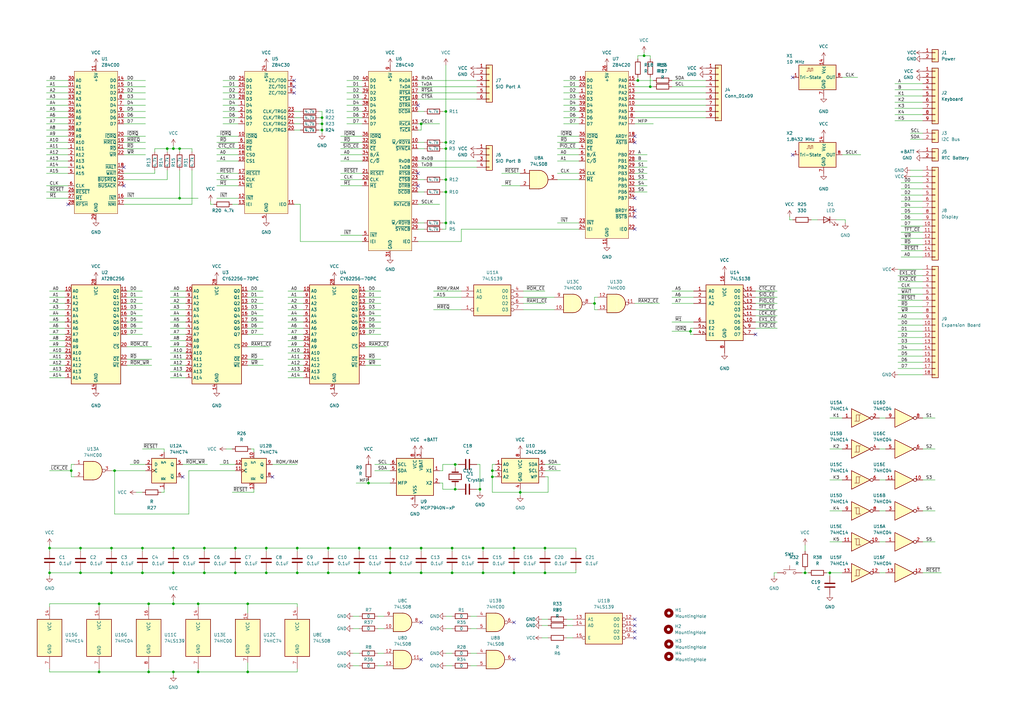
<source format=kicad_sch>
(kicad_sch (version 20230121) (generator eeschema)

  (uuid 7af87109-2701-44e3-8f81-c21ee8440b5b)

  (paper "A3")

  (title_block
    (title "Southern Star MK II")
    (date "2024-11-03")
    (rev "1")
    (company "thomaslabs")
    (comment 1 "Thomas Guillermo Albers Raviola")
  )

  

  (junction (at 151.13 198.12) (diameter 0) (color 0 0 0 0)
    (uuid 06d14785-60b4-48f5-b7d5-b9548beb58d7)
  )
  (junction (at 283.21 135.89) (diameter 0) (color 0 0 0 0)
    (uuid 08aab224-499c-4c50-9da8-0c38dbe82f33)
  )
  (junction (at 186.69 200.66) (diameter 0) (color 0 0 0 0)
    (uuid 0a11fa0f-6aea-4a8b-9eb9-bb420006a62b)
  )
  (junction (at 223.52 234.95) (diameter 0) (color 0 0 0 0)
    (uuid 0a2a3c13-320b-475e-b533-9d310a267e7e)
  )
  (junction (at 33.02 224.79) (diameter 0) (color 0 0 0 0)
    (uuid 107e041a-72ec-4447-b73b-926c4cdd49ce)
  )
  (junction (at 201.93 193.04) (diameter 0) (color 0 0 0 0)
    (uuid 13d140d3-4204-4c14-8932-65d56af00440)
  )
  (junction (at 261.62 33.02) (diameter 0) (color 0 0 0 0)
    (uuid 17e39a8a-8e5c-4bb3-9f48-9363f2d6365b)
  )
  (junction (at 198.12 234.95) (diameter 0) (color 0 0 0 0)
    (uuid 184cdda4-c7c7-4d2f-bd13-fe9c80622a78)
  )
  (junction (at 45.72 234.95) (diameter 0) (color 0 0 0 0)
    (uuid 190fba31-526c-461e-a4ba-812ccd05ca64)
  )
  (junction (at 340.36 234.95) (diameter 0) (color 0 0 0 0)
    (uuid 1b5811cb-8214-40c5-a02e-e5a482f2d957)
  )
  (junction (at 81.28 247.65) (diameter 0) (color 0 0 0 0)
    (uuid 210aa7f1-fabc-4be9-90ea-f5dcce8f8153)
  )
  (junction (at 60.96 247.65) (diameter 0) (color 0 0 0 0)
    (uuid 2666edf1-705a-4759-8284-b8343d1867a6)
  )
  (junction (at 186.69 190.5) (diameter 0) (color 0 0 0 0)
    (uuid 26fc0e8d-b3ef-449c-9be3-a84d87765001)
  )
  (junction (at 121.92 234.95) (diameter 0) (color 0 0 0 0)
    (uuid 2b44e966-405f-4963-9c87-6a438e815bbe)
  )
  (junction (at 264.16 22.86) (diameter 0) (color 0 0 0 0)
    (uuid 2ca8b3ba-263d-4ca7-ae93-165054db1d15)
  )
  (junction (at 198.12 224.79) (diameter 0) (color 0 0 0 0)
    (uuid 2cd0dd90-1f91-459c-9c5f-12ae2eec65f3)
  )
  (junction (at 182.88 78.74) (diameter 0) (color 0 0 0 0)
    (uuid 2cd7307f-4c96-4efe-b760-023bc518712b)
  )
  (junction (at 101.6 247.65) (diameter 0) (color 0 0 0 0)
    (uuid 3606e5ea-aab0-4db5-b9cf-cc8bb047f19c)
  )
  (junction (at 71.12 60.96) (diameter 0) (color 0 0 0 0)
    (uuid 3d6e0ae2-c6b6-4432-ac17-65fd46434941)
  )
  (junction (at 182.88 60.96) (diameter 0) (color 0 0 0 0)
    (uuid 3edf9e66-f32c-4bfb-9fe3-1dd481f88d50)
  )
  (junction (at 83.82 224.79) (diameter 0) (color 0 0 0 0)
    (uuid 4042a66f-8e5f-4315-99c6-e899c134ef7f)
  )
  (junction (at 73.66 60.96) (diameter 0) (color 0 0 0 0)
    (uuid 41361916-a13b-467d-acc4-fa2d9be4cb06)
  )
  (junction (at 20.32 224.79) (diameter 0) (color 0 0 0 0)
    (uuid 45b4ff54-0d9a-414d-ac15-ba80eacc0af7)
  )
  (junction (at 71.12 224.79) (diameter 0) (color 0 0 0 0)
    (uuid 466d3861-69be-46f9-94e0-6e9c6a23027b)
  )
  (junction (at 45.72 224.79) (diameter 0) (color 0 0 0 0)
    (uuid 47072f78-abb4-446d-a1d8-4654165b93a1)
  )
  (junction (at 29.21 193.04) (diameter 0) (color 0 0 0 0)
    (uuid 52ecc052-d3a7-4559-a224-90f6a314aa53)
  )
  (junction (at 81.28 275.59) (diameter 0) (color 0 0 0 0)
    (uuid 551abe45-e2d2-4742-9475-e9547e15e198)
  )
  (junction (at 83.82 234.95) (diameter 0) (color 0 0 0 0)
    (uuid 57efa549-1335-4119-bb5f-b4ae993f4a5b)
  )
  (junction (at 132.08 50.8) (diameter 0) (color 0 0 0 0)
    (uuid 5951db40-3f5e-4c38-8e7e-5bb33a4d8458)
  )
  (junction (at 40.64 247.65) (diameter 0) (color 0 0 0 0)
    (uuid 60e076bd-3f5e-43d4-90fc-abb6bfb793f5)
  )
  (junction (at 109.22 224.79) (diameter 0) (color 0 0 0 0)
    (uuid 659cf87d-f7f5-4c28-ae5f-cc99c8638057)
  )
  (junction (at 213.36 201.93) (diameter 0) (color 0 0 0 0)
    (uuid 65cae58d-424b-4d2c-b6c8-56de302f5247)
  )
  (junction (at 243.84 124.46) (diameter 0) (color 0 0 0 0)
    (uuid 694e4e0a-293a-450c-877a-abe13c8a4309)
  )
  (junction (at 185.42 224.79) (diameter 0) (color 0 0 0 0)
    (uuid 6aafa8d5-5dc9-414d-b3e7-c026b365f1eb)
  )
  (junction (at 121.92 224.79) (diameter 0) (color 0 0 0 0)
    (uuid 6ba6b3f7-b225-4654-a1be-cb7df6e7cec5)
  )
  (junction (at 132.08 53.34) (diameter 0) (color 0 0 0 0)
    (uuid 7327257a-1aaf-4ff1-a549-6bd61b3869c4)
  )
  (junction (at 182.88 91.44) (diameter 0) (color 0 0 0 0)
    (uuid 754a2353-cf13-43d1-8a43-5e45c4c85e9c)
  )
  (junction (at 172.72 50.8) (diameter 0) (color 0 0 0 0)
    (uuid 7ac0b02b-1591-4d7c-83f2-62e26951e189)
  )
  (junction (at 223.52 224.79) (diameter 0) (color 0 0 0 0)
    (uuid 7b4926f2-d092-475e-90be-1c357a71399f)
  )
  (junction (at 101.6 275.59) (diameter 0) (color 0 0 0 0)
    (uuid 9216ad72-009c-46bf-9ba5-299f6c1bb7be)
  )
  (junction (at 185.42 234.95) (diameter 0) (color 0 0 0 0)
    (uuid 9719fcb2-fa8e-4263-8225-2435e82a9cb8)
  )
  (junction (at 147.32 224.79) (diameter 0) (color 0 0 0 0)
    (uuid 9abe234c-d68e-40bd-8b5f-baf2b10a245b)
  )
  (junction (at 71.12 247.65) (diameter 0) (color 0 0 0 0)
    (uuid 9cfc1bc6-dceb-4ed6-97fd-491878f09b29)
  )
  (junction (at 132.08 48.26) (diameter 0) (color 0 0 0 0)
    (uuid 9e40549f-0b82-4e84-bb31-4c089576f7b6)
  )
  (junction (at 134.62 224.79) (diameter 0) (color 0 0 0 0)
    (uuid 9e93c43c-b3b9-4e98-96f3-9b32a34b8211)
  )
  (junction (at 68.58 60.96) (diameter 0) (color 0 0 0 0)
    (uuid a0173f72-1ba7-41ce-a3e7-ca2bc671822c)
  )
  (junction (at 182.88 73.66) (diameter 0) (color 0 0 0 0)
    (uuid a264768d-644a-43d1-9e7f-49ad5bd05f46)
  )
  (junction (at 201.93 195.58) (diameter 0) (color 0 0 0 0)
    (uuid a6e4edfd-bd79-4d5c-a932-29dfbfb812cd)
  )
  (junction (at 196.85 200.66) (diameter 0) (color 0 0 0 0)
    (uuid ac55e45d-dc9e-40e6-ab92-6c2d8607e1b8)
  )
  (junction (at 330.2 234.95) (diameter 0) (color 0 0 0 0)
    (uuid ac662b52-e2fb-4e66-a98e-cf9c2500ad8a)
  )
  (junction (at 266.7 35.56) (diameter 0) (color 0 0 0 0)
    (uuid ae78e00a-d8bf-4c58-a776-8c76d96bf3fe)
  )
  (junction (at 58.42 224.79) (diameter 0) (color 0 0 0 0)
    (uuid b13b672e-07d1-4d0f-9566-a16c4c0b7cc8)
  )
  (junction (at 210.82 224.79) (diameter 0) (color 0 0 0 0)
    (uuid b6b88215-b8b2-4dea-a639-e7579f742788)
  )
  (junction (at 182.88 58.42) (diameter 0) (color 0 0 0 0)
    (uuid b9cdee14-a0e9-41b7-bbcd-f6ea38901d58)
  )
  (junction (at 40.64 275.59) (diameter 0) (color 0 0 0 0)
    (uuid bc89bf6b-8bee-4429-98b2-75546d788b7d)
  )
  (junction (at 134.62 234.95) (diameter 0) (color 0 0 0 0)
    (uuid c2695c4d-4883-4e5c-b85e-0286bad041a9)
  )
  (junction (at 71.12 275.59) (diameter 0) (color 0 0 0 0)
    (uuid c3e87447-7bb2-4499-87f8-76b0adb75052)
  )
  (junction (at 109.22 234.95) (diameter 0) (color 0 0 0 0)
    (uuid c42f9cee-a4f8-4311-aa66-8c8067cfa664)
  )
  (junction (at 73.66 81.28) (diameter 0) (color 0 0 0 0)
    (uuid c7a14b1b-4764-4788-b061-1e9e9e72d141)
  )
  (junction (at 182.88 45.72) (diameter 0) (color 0 0 0 0)
    (uuid d0ac6b89-94cb-4cbd-ab63-f3418b1fecc6)
  )
  (junction (at 172.72 224.79) (diameter 0) (color 0 0 0 0)
    (uuid d1209273-ff3f-4379-91f6-74ec04eb2dbe)
  )
  (junction (at 33.02 234.95) (diameter 0) (color 0 0 0 0)
    (uuid d33dd93d-e91a-4627-a960-eb99947dc151)
  )
  (junction (at 172.72 234.95) (diameter 0) (color 0 0 0 0)
    (uuid d4071e25-30d9-44ee-8d02-c8372e3b8cb8)
  )
  (junction (at 96.52 234.95) (diameter 0) (color 0 0 0 0)
    (uuid d6d1c74d-aa38-47c7-bdf7-03cad3198718)
  )
  (junction (at 96.52 224.79) (diameter 0) (color 0 0 0 0)
    (uuid da764f18-b2f1-4238-a1fb-eff44d5c389e)
  )
  (junction (at 60.96 275.59) (diameter 0) (color 0 0 0 0)
    (uuid db3ed08e-4891-47d1-bab2-9b9a5698c00e)
  )
  (junction (at 20.32 234.95) (diameter 0) (color 0 0 0 0)
    (uuid dd9c1d9d-c084-4675-9b47-54fbce7b8de7)
  )
  (junction (at 147.32 234.95) (diameter 0) (color 0 0 0 0)
    (uuid e3de0e89-be21-4c0a-a112-3199af897020)
  )
  (junction (at 160.02 234.95) (diameter 0) (color 0 0 0 0)
    (uuid e8e7e967-4718-4329-abaa-2f1a059969c0)
  )
  (junction (at 160.02 224.79) (diameter 0) (color 0 0 0 0)
    (uuid ea26b00e-693d-440e-869d-14bc903a3a49)
  )
  (junction (at 71.12 234.95) (diameter 0) (color 0 0 0 0)
    (uuid f29117a1-19de-4352-826c-9478d026b52b)
  )
  (junction (at 58.42 234.95) (diameter 0) (color 0 0 0 0)
    (uuid f3c27ee4-92e4-4b85-81f1-96b682b696d3)
  )
  (junction (at 46.99 193.04) (diameter 0) (color 0 0 0 0)
    (uuid f6ab0232-d63d-43cb-b43d-6ccdf4942bd9)
  )
  (junction (at 210.82 234.95) (diameter 0) (color 0 0 0 0)
    (uuid f6fbf4aa-0ddc-4781-be04-80d13ba534f7)
  )

  (no_connect (at 171.45 71.12) (uuid 0226ad18-aecf-4a37-9bd7-1ba0b473e5ad))
  (no_connect (at 50.8 76.2) (uuid 10e80fe0-207b-4c05-9bb5-82f0418c0435))
  (no_connect (at 120.65 33.02) (uuid 15f811dd-0c4b-46d8-aa86-2e2cd5747e24))
  (no_connect (at 50.8 68.58) (uuid 1a02debf-31f1-4df7-9363-9097140706cb))
  (no_connect (at 309.88 137.16) (uuid 1a259ddd-3741-4b59-82a0-409e3d78f029))
  (no_connect (at 210.82 270.51) (uuid 38f3e66b-93c5-444b-9601-6c4f10354e9e))
  (no_connect (at 260.35 256.54) (uuid 43827167-6610-47bc-9ff3-aba4f43633ee))
  (no_connect (at 120.65 35.56) (uuid 493abe82-e707-4e18-8158-a707f76e6779))
  (no_connect (at 210.82 255.27) (uuid 4e28404b-4354-4af0-9f64-e109b26afffa))
  (no_connect (at 260.35 254) (uuid 4f19c5b9-dc20-4d18-903f-1675244e9afc))
  (no_connect (at 325.12 63.5) (uuid 5f5feddc-3d52-4859-a5cf-a6f40895c01a))
  (no_connect (at 172.72 270.51) (uuid 5f7de657-89cd-4c78-8d81-18a45359ef74))
  (no_connect (at 171.45 76.2) (uuid 62e55439-f569-403b-b07d-dcc8f270e616))
  (no_connect (at 27.94 83.82) (uuid 65e7e047-83d3-4456-bcc6-0d911f69151d))
  (no_connect (at 260.35 93.98) (uuid 6a1ebc50-2bcb-4bfe-b03b-b76325ef2d80))
  (no_connect (at 171.45 43.18) (uuid 72954ad8-cee1-4a18-9c5b-f54c488551d7))
  (no_connect (at 260.35 58.42) (uuid 79ec2196-ddc4-484d-a01e-768273f3e76a))
  (no_connect (at 260.35 81.28) (uuid 817496ee-5743-4fb6-9e64-53c190d7d644))
  (no_connect (at 260.35 259.08) (uuid 904e330a-b294-4291-af13-48c44cc4e973))
  (no_connect (at 111.76 195.58) (uuid 9566d365-cbcc-4c1f-ad20-021e8f4a6e1b))
  (no_connect (at 172.72 255.27) (uuid a140a69d-5eaf-4805-a6bd-65eef43ba946))
  (no_connect (at 325.12 31.75) (uuid c535f1a5-9d1c-4296-9091-a40387e8e52b))
  (no_connect (at 260.35 261.62) (uuid c5c4fa4c-83e5-4618-a636-b0e2f39c968c))
  (no_connect (at 260.35 86.36) (uuid d27f690e-1fd9-4a5f-88fd-fc41f5eaa326))
  (no_connect (at 74.93 195.58) (uuid e88a2231-9f31-48d9-9ac2-9f5c25e1f755))
  (no_connect (at 260.35 88.9) (uuid fe9e03d0-a105-40b3-997d-468662950031))
  (no_connect (at 260.35 55.88) (uuid ff0357f9-9588-438d-ada7-1931d7cbc65c))
  (no_connect (at 120.65 38.1) (uuid ffd834c7-5d77-43bb-b56c-8bc2ac7f2193))

  (wire (pts (xy 33.02 234.95) (xy 45.72 234.95))
    (stroke (width 0) (type default))
    (uuid 00204550-aa16-4bb8-8d12-39c007c68a7f)
  )
  (wire (pts (xy 171.45 66.04) (xy 195.58 66.04))
    (stroke (width 0) (type default))
    (uuid 00539377-0ca1-46d4-b1f7-6f164c1a719b)
  )
  (wire (pts (xy 52.07 127) (xy 58.42 127))
    (stroke (width 0) (type default))
    (uuid 00fcd56e-e0bb-4d4c-a2db-14310613a37b)
  )
  (wire (pts (xy 214.63 124.46) (xy 223.52 124.46))
    (stroke (width 0) (type default))
    (uuid 012dae23-8168-43f2-8b6c-9877aa5f3f91)
  )
  (wire (pts (xy 228.6 63.5) (xy 237.49 63.5))
    (stroke (width 0) (type default))
    (uuid 0162a806-1d72-4274-ba3b-9596b40004c2)
  )
  (wire (pts (xy 50.8 40.64) (xy 59.69 40.64))
    (stroke (width 0) (type default))
    (uuid 02262735-5d2b-4c53-9c10-61f3d575ded6)
  )
  (wire (pts (xy 232.41 261.62) (xy 234.95 261.62))
    (stroke (width 0) (type default))
    (uuid 03d4b8b1-a2b5-489c-a740-bce091016705)
  )
  (wire (pts (xy 160.02 224.79) (xy 160.02 226.06))
    (stroke (width 0) (type default))
    (uuid 04410ae0-4fe4-4163-aba1-6967d86ed1b6)
  )
  (wire (pts (xy 186.69 199.39) (xy 186.69 200.66))
    (stroke (width 0) (type default))
    (uuid 04ae0cf6-bf99-4e36-ad10-0e708fdc1b0f)
  )
  (wire (pts (xy 367.03 39.37) (xy 378.46 39.37))
    (stroke (width 0) (type default))
    (uuid 04c5bb7c-2f92-4d11-9ac7-e99b7e3a3fc9)
  )
  (wire (pts (xy 172.72 224.79) (xy 172.72 226.06))
    (stroke (width 0) (type default))
    (uuid 0567f435-4aee-4efa-a4a9-5a45742207ba)
  )
  (wire (pts (xy 71.12 224.79) (xy 83.82 224.79))
    (stroke (width 0) (type default))
    (uuid 05aa1256-6ae7-4007-a87a-9752116a1a20)
  )
  (wire (pts (xy 120.65 53.34) (xy 123.19 53.34))
    (stroke (width 0) (type default))
    (uuid 05b255b4-3726-4e9a-b43a-c9b26a528228)
  )
  (wire (pts (xy 210.82 224.79) (xy 223.52 224.79))
    (stroke (width 0) (type default))
    (uuid 06fb9e5e-0c19-4479-bdde-66c89e5f7c72)
  )
  (wire (pts (xy 146.05 198.12) (xy 151.13 198.12))
    (stroke (width 0) (type default))
    (uuid 076c3bb0-11ca-42f1-a043-dd5c41ae689a)
  )
  (wire (pts (xy 360.68 209.55) (xy 363.22 209.55))
    (stroke (width 0) (type default))
    (uuid 079759c5-54cf-43c3-9967-316952d50174)
  )
  (wire (pts (xy 69.85 124.46) (xy 76.2 124.46))
    (stroke (width 0) (type default))
    (uuid 07aba54a-af64-433f-8ee6-4ea344ba1e13)
  )
  (wire (pts (xy 275.59 33.02) (xy 289.56 33.02))
    (stroke (width 0) (type default))
    (uuid 083252dd-89dc-408e-8e16-9b275f7d48a8)
  )
  (wire (pts (xy 33.02 233.68) (xy 33.02 234.95))
    (stroke (width 0) (type default))
    (uuid 0855691e-c800-42e2-b353-e5a0a06ce5f9)
  )
  (wire (pts (xy 260.35 38.1) (xy 289.56 38.1))
    (stroke (width 0) (type default))
    (uuid 087ccd9f-24ee-45a2-a7b6-a52d4a09ec01)
  )
  (wire (pts (xy 50.8 81.28) (xy 73.66 81.28))
    (stroke (width 0) (type default))
    (uuid 08f92e3a-4d81-4add-98ed-faf4c1665966)
  )
  (wire (pts (xy 97.79 33.02) (xy 91.44 33.02))
    (stroke (width 0) (type default))
    (uuid 09185e09-a26a-41cf-a014-17dcfd80a2e5)
  )
  (wire (pts (xy 275.59 124.46) (xy 284.48 124.46))
    (stroke (width 0) (type default))
    (uuid 09e4f818-c344-4535-9413-aee39533d1a7)
  )
  (wire (pts (xy 198.12 226.06) (xy 198.12 224.79))
    (stroke (width 0) (type default))
    (uuid 0a248e0d-511f-4ecf-9020-9ab8baa3b5d0)
  )
  (wire (pts (xy 134.62 233.68) (xy 134.62 234.95))
    (stroke (width 0) (type default))
    (uuid 0a3c3702-d212-43c5-9ba0-bd81d156f739)
  )
  (wire (pts (xy 160.02 193.04) (xy 153.67 193.04))
    (stroke (width 0) (type default))
    (uuid 0a53d349-4d86-4923-8afa-0d14c102c840)
  )
  (wire (pts (xy 203.2 190.5) (xy 201.93 190.5))
    (stroke (width 0) (type default))
    (uuid 0b3d03d0-5a0d-41d3-a9f2-811a3608adc0)
  )
  (wire (pts (xy 50.8 45.72) (xy 59.69 45.72))
    (stroke (width 0) (type default))
    (uuid 0bc040ef-6c75-4bf0-b2f3-ddef027f228a)
  )
  (wire (pts (xy 88.9 66.04) (xy 97.79 66.04))
    (stroke (width 0) (type default))
    (uuid 0bf2b20c-5057-4238-a6bd-fe2527739761)
  )
  (wire (pts (xy 214.63 127) (xy 227.33 127))
    (stroke (width 0) (type default))
    (uuid 0cabe9b4-1d86-411e-97f6-194b2a682ea1)
  )
  (wire (pts (xy 120.65 50.8) (xy 123.19 50.8))
    (stroke (width 0) (type default))
    (uuid 0d15c35d-e909-4ebd-9190-4ef3ef6a14c2)
  )
  (wire (pts (xy 50.8 33.02) (xy 59.69 33.02))
    (stroke (width 0) (type default))
    (uuid 0df3a2fd-e332-485e-b469-2e162433b8e5)
  )
  (wire (pts (xy 222.25 256.54) (xy 224.79 256.54))
    (stroke (width 0) (type default))
    (uuid 0e9c93a0-3552-412a-a6a9-c5bad3eafc7a)
  )
  (wire (pts (xy 68.58 73.66) (xy 68.58 69.85))
    (stroke (width 0) (type default))
    (uuid 0ee6c6ff-d256-4c6c-a7b7-f012476dff6c)
  )
  (wire (pts (xy 368.3 138.43) (xy 378.46 138.43))
    (stroke (width 0) (type default))
    (uuid 0efcd578-7e26-4c56-a9e8-3d760910ccf0)
  )
  (wire (pts (xy 236.22 234.95) (xy 236.22 233.68))
    (stroke (width 0) (type default))
    (uuid 0f2d8f65-5b36-45dd-9c38-7f4ab1055e51)
  )
  (wire (pts (xy 369.57 102.87) (xy 378.46 102.87))
    (stroke (width 0) (type default))
    (uuid 0f2e4b86-6a42-466c-acc3-840ffe2951dc)
  )
  (wire (pts (xy 369.57 100.33) (xy 378.46 100.33))
    (stroke (width 0) (type default))
    (uuid 0f58f6c9-dcbf-4828-91c7-a963d6935973)
  )
  (wire (pts (xy 95.25 83.82) (xy 97.79 83.82))
    (stroke (width 0) (type default))
    (uuid 0f676607-ce8d-4d9a-afc2-d79f77cf33ce)
  )
  (wire (pts (xy 340.36 234.95) (xy 345.44 234.95))
    (stroke (width 0) (type default))
    (uuid 0fcf3d94-cdf2-445e-bf4b-fbdb0579d437)
  )
  (wire (pts (xy 19.05 43.18) (xy 27.94 43.18))
    (stroke (width 0) (type default))
    (uuid 0fff2000-f906-4450-9880-3fe1b32bcbbe)
  )
  (wire (pts (xy 284.48 134.62) (xy 283.21 134.62))
    (stroke (width 0) (type default))
    (uuid 10af7b73-2225-4440-9518-214182be2b18)
  )
  (wire (pts (xy 367.03 44.45) (xy 378.46 44.45))
    (stroke (width 0) (type default))
    (uuid 11136c86-b9f0-4563-95ec-d1e511588ef4)
  )
  (wire (pts (xy 171.45 99.06) (xy 189.23 99.06))
    (stroke (width 0) (type default))
    (uuid 112c15a6-62cb-47ce-b3cb-d96c8bcd89b0)
  )
  (wire (pts (xy 260.35 71.12) (xy 265.43 71.12))
    (stroke (width 0) (type default))
    (uuid 11f1ca59-f78e-4eac-aa6e-63a3eeab5d52)
  )
  (wire (pts (xy 373.38 57.15) (xy 378.46 57.15))
    (stroke (width 0) (type default))
    (uuid 128211d4-a7fd-45d6-89b4-a78aaef4b51f)
  )
  (wire (pts (xy 228.6 71.12) (xy 237.49 71.12))
    (stroke (width 0) (type default))
    (uuid 13c8e597-ef1c-4e9f-b721-4cf5ea1f3dea)
  )
  (wire (pts (xy 245.11 121.92) (xy 243.84 121.92))
    (stroke (width 0) (type default))
    (uuid 13d24b48-80e4-4b6d-b2ee-21cc33f83593)
  )
  (wire (pts (xy 63.5 71.12) (xy 63.5 69.85))
    (stroke (width 0) (type default))
    (uuid 14134eed-e96c-4d7f-a58d-3cf60ca35423)
  )
  (wire (pts (xy 50.8 35.56) (xy 59.69 35.56))
    (stroke (width 0) (type default))
    (uuid 142cac8d-9fd4-4575-98a1-8fe7711d8dfc)
  )
  (wire (pts (xy 96.52 224.79) (xy 96.52 226.06))
    (stroke (width 0) (type default))
    (uuid 1466b358-a01f-4fe4-babb-c50672824db3)
  )
  (wire (pts (xy 19.05 63.5) (xy 27.94 63.5))
    (stroke (width 0) (type default))
    (uuid 14852815-ac14-4376-b075-38ab66b20415)
  )
  (wire (pts (xy 171.45 60.96) (xy 173.99 60.96))
    (stroke (width 0) (type default))
    (uuid 14bcba95-e243-4dea-9e02-eedacf3e90c3)
  )
  (wire (pts (xy 171.45 83.82) (xy 180.34 83.82))
    (stroke (width 0) (type default))
    (uuid 151f414c-3346-4d09-82e6-941764b09185)
  )
  (wire (pts (xy 369.57 105.41) (xy 378.46 105.41))
    (stroke (width 0) (type default))
    (uuid 15a26bed-8b82-49fd-b08e-d295b68df566)
  )
  (wire (pts (xy 367.03 34.29) (xy 378.46 34.29))
    (stroke (width 0) (type default))
    (uuid 1649f1b9-485d-41f6-9956-5c616035a7d0)
  )
  (wire (pts (xy 172.72 234.95) (xy 185.42 234.95))
    (stroke (width 0) (type default))
    (uuid 16901a12-caf1-4ac1-b993-065b4536d417)
  )
  (wire (pts (xy 171.45 50.8) (xy 172.72 50.8))
    (stroke (width 0) (type default))
    (uuid 16e18eb4-2723-422b-966c-151eed6211d5)
  )
  (wire (pts (xy 369.57 90.17) (xy 378.46 90.17))
    (stroke (width 0) (type default))
    (uuid 171f65cc-0b6e-44b2-b7fc-f1c446c5a1b0)
  )
  (wire (pts (xy 88.9 71.12) (xy 97.79 71.12))
    (stroke (width 0) (type default))
    (uuid 18a8f6fa-5436-4b8f-8e31-c932e13bff9e)
  )
  (wire (pts (xy 101.6 124.46) (xy 107.95 124.46))
    (stroke (width 0) (type default))
    (uuid 192d5bb1-9cff-45a1-8f30-7b4a98bbe7c6)
  )
  (wire (pts (xy 181.61 198.12) (xy 181.61 200.66))
    (stroke (width 0) (type default))
    (uuid 194f561b-71cd-48aa-8ee7-4940631fa600)
  )
  (wire (pts (xy 360.68 184.15) (xy 363.22 184.15))
    (stroke (width 0) (type default))
    (uuid 199df1cd-2c17-4f36-bef3-7876805f5cab)
  )
  (wire (pts (xy 181.61 60.96) (xy 182.88 60.96))
    (stroke (width 0) (type default))
    (uuid 19bf8cd8-9698-47a1-ba05-728d9adf329a)
  )
  (wire (pts (xy 149.86 121.92) (xy 156.21 121.92))
    (stroke (width 0) (type default))
    (uuid 1a193e81-515f-4ce1-82a1-7bbc3f3f28ad)
  )
  (wire (pts (xy 181.61 193.04) (xy 181.61 190.5))
    (stroke (width 0) (type default))
    (uuid 1a792fa4-4987-45ca-bcf3-0eb2c14d5efb)
  )
  (wire (pts (xy 243.84 121.92) (xy 243.84 124.46))
    (stroke (width 0) (type default))
    (uuid 1b10e4c9-9146-490c-bbad-c754bd5de01f)
  )
  (wire (pts (xy 19.05 71.12) (xy 27.94 71.12))
    (stroke (width 0) (type default))
    (uuid 1bdadd52-cca2-4619-a584-944b44e8b191)
  )
  (wire (pts (xy 368.3 148.59) (xy 378.46 148.59))
    (stroke (width 0) (type default))
    (uuid 1c5d4b5c-bb19-4847-aef2-625dfe245bdb)
  )
  (wire (pts (xy 58.42 234.95) (xy 71.12 234.95))
    (stroke (width 0) (type default))
    (uuid 1df14bf8-7fe3-4029-b6ce-6772fbb1c8c5)
  )
  (wire (pts (xy 148.59 43.18) (xy 142.24 43.18))
    (stroke (width 0) (type default))
    (uuid 1df39b8c-af80-476a-8a43-06c7a32d1453)
  )
  (wire (pts (xy 52.07 147.32) (xy 62.23 147.32))
    (stroke (width 0) (type default))
    (uuid 1f6be538-531a-4bdf-a9ed-baa31555efa7)
  )
  (wire (pts (xy 213.36 201.93) (xy 213.36 203.2))
    (stroke (width 0) (type default))
    (uuid 1f73882a-e429-40dc-b7ae-3adfb13111d7)
  )
  (wire (pts (xy 201.93 193.04) (xy 201.93 195.58))
    (stroke (width 0) (type default))
    (uuid 20b180de-84b2-4cad-86e5-18989588bff6)
  )
  (wire (pts (xy 237.49 38.1) (xy 231.14 38.1))
    (stroke (width 0) (type default))
    (uuid 21f29451-097d-4eee-ae02-8b391901c489)
  )
  (wire (pts (xy 20.32 226.06) (xy 20.32 224.79))
    (stroke (width 0) (type default))
    (uuid 21f4939c-bec1-4224-b0d3-263fa9ca966d)
  )
  (wire (pts (xy 118.11 142.24) (xy 124.46 142.24))
    (stroke (width 0) (type default))
    (uuid 228228bd-d82b-467b-80e4-4d73e0ef324f)
  )
  (wire (pts (xy 368.3 140.97) (xy 378.46 140.97))
    (stroke (width 0) (type default))
    (uuid 228d8cb8-16b9-43b4-9958-0bd8b35da825)
  )
  (wire (pts (xy 160.02 234.95) (xy 172.72 234.95))
    (stroke (width 0) (type default))
    (uuid 233356ca-a226-4576-ad66-85d7037f59e7)
  )
  (wire (pts (xy 317.5 234.95) (xy 317.5 236.22))
    (stroke (width 0) (type default))
    (uuid 233c9c96-82a1-4c1c-b200-a293307edc15)
  )
  (wire (pts (xy 236.22 224.79) (xy 236.22 226.06))
    (stroke (width 0) (type default))
    (uuid 234af689-d75f-4244-a0e7-0bb332389608)
  )
  (wire (pts (xy 160.02 190.5) (xy 153.67 190.5))
    (stroke (width 0) (type default))
    (uuid 25632b11-989f-43f0-8386-73ebf670e63f)
  )
  (wire (pts (xy 71.12 224.79) (xy 71.12 226.06))
    (stroke (width 0) (type default))
    (uuid 25a27135-3bab-4fc0-a5d2-639a9b1ea61d)
  )
  (wire (pts (xy 149.86 134.62) (xy 156.21 134.62))
    (stroke (width 0) (type default))
    (uuid 25d52440-32bd-4bb2-9a47-fde45b034fb1)
  )
  (wire (pts (xy 378.46 171.45) (xy 383.54 171.45))
    (stroke (width 0) (type default))
    (uuid 26433957-2934-4f10-bcec-72b5c73f55fa)
  )
  (wire (pts (xy 147.32 233.68) (xy 147.32 234.95))
    (stroke (width 0) (type default))
    (uuid 265ce4c0-a959-4536-bf27-9eb4791ac5ec)
  )
  (wire (pts (xy 134.62 224.79) (xy 134.62 226.06))
    (stroke (width 0) (type default))
    (uuid 26da2a95-0c6f-44ae-ba58-bdc1c0785961)
  )
  (wire (pts (xy 182.88 267.97) (xy 185.42 267.97))
    (stroke (width 0) (type default))
    (uuid 26fb65fe-ad09-498e-97d5-1ecaaced9512)
  )
  (wire (pts (xy 101.6 147.32) (xy 107.95 147.32))
    (stroke (width 0) (type default))
    (uuid 275ddce9-a07c-4bd1-bf05-6495d533361c)
  )
  (wire (pts (xy 83.82 233.68) (xy 83.82 234.95))
    (stroke (width 0) (type default))
    (uuid 275e568d-3669-49c5-882b-c357b92e7ed6)
  )
  (wire (pts (xy 149.86 137.16) (xy 156.21 137.16))
    (stroke (width 0) (type default))
    (uuid 27de8edf-b254-471d-9dd7-641e4528ce02)
  )
  (wire (pts (xy 19.05 58.42) (xy 27.94 58.42))
    (stroke (width 0) (type default))
    (uuid 27ece707-8d2e-4a9c-9ab5-1d2b4e97e59f)
  )
  (wire (pts (xy 121.92 224.79) (xy 134.62 224.79))
    (stroke (width 0) (type default))
    (uuid 2857e3a2-869a-41ec-ba8a-e78402f712ca)
  )
  (wire (pts (xy 171.45 38.1) (xy 195.58 38.1))
    (stroke (width 0) (type default))
    (uuid 2864b322-d759-4432-80eb-c9228e6addf2)
  )
  (wire (pts (xy 69.85 149.86) (xy 76.2 149.86))
    (stroke (width 0) (type default))
    (uuid 286a1160-2f10-4330-bdd3-5078193d9989)
  )
  (wire (pts (xy 29.21 195.58) (xy 30.48 195.58))
    (stroke (width 0) (type default))
    (uuid 28aaf297-4f58-4217-b028-f938b5b2f050)
  )
  (wire (pts (xy 185.42 224.79) (xy 198.12 224.79))
    (stroke (width 0) (type default))
    (uuid 2963a0e3-6418-4168-9754-a6b079bc5cbc)
  )
  (wire (pts (xy 369.57 74.93) (xy 378.46 74.93))
    (stroke (width 0) (type default))
    (uuid 297cca19-fd37-4bf3-96d7-ad63d7cea696)
  )
  (wire (pts (xy 96.52 224.79) (xy 109.22 224.79))
    (stroke (width 0) (type default))
    (uuid 299404e7-21f8-4569-9f09-74702c1b7fc7)
  )
  (wire (pts (xy 58.42 184.15) (xy 67.31 184.15))
    (stroke (width 0) (type default))
    (uuid 29a7441c-c849-4e52-964b-c67e46a3f9a7)
  )
  (wire (pts (xy 193.04 257.81) (xy 195.58 257.81))
    (stroke (width 0) (type default))
    (uuid 2a667f00-b1b8-43aa-955e-11e95c36fb11)
  )
  (wire (pts (xy 101.6 121.92) (xy 107.95 121.92))
    (stroke (width 0) (type default))
    (uuid 2a7bc6b7-4cb3-4151-b685-fd276a312143)
  )
  (wire (pts (xy 171.45 58.42) (xy 173.99 58.42))
    (stroke (width 0) (type default))
    (uuid 2aae8374-257d-4ea2-9ee6-b33830f54bc0)
  )
  (wire (pts (xy 237.49 45.72) (xy 231.14 45.72))
    (stroke (width 0) (type default))
    (uuid 2bfcd185-f876-4719-8556-baad12bf235d)
  )
  (wire (pts (xy 360.68 171.45) (xy 363.22 171.45))
    (stroke (width 0) (type default))
    (uuid 2c54d6db-b2a6-48db-a9ae-8550751952e7)
  )
  (wire (pts (xy 171.45 33.02) (xy 195.58 33.02))
    (stroke (width 0) (type default))
    (uuid 2d2d9f04-fbee-4f07-86fc-609099fd20b2)
  )
  (wire (pts (xy 309.88 129.54) (xy 318.77 129.54))
    (stroke (width 0) (type default))
    (uuid 2dfce36e-3c36-491d-8d21-8e3cb42bc1ec)
  )
  (wire (pts (xy 182.88 45.72) (xy 182.88 58.42))
    (stroke (width 0) (type default))
    (uuid 2e0a8fa9-fc54-4602-bfa7-4139dd2007d6)
  )
  (wire (pts (xy 237.49 40.64) (xy 231.14 40.64))
    (stroke (width 0) (type default))
    (uuid 2eb389ef-e621-44d1-8618-ae01b7932e65)
  )
  (wire (pts (xy 20.32 234.95) (xy 20.32 233.68))
    (stroke (width 0) (type default))
    (uuid 2f23eab8-55b5-445b-ae43-81e97907b1d4)
  )
  (wire (pts (xy 139.7 66.04) (xy 148.59 66.04))
    (stroke (width 0) (type default))
    (uuid 2f5d1795-475c-442d-86d1-9dc7301e4cf6)
  )
  (wire (pts (xy 180.34 198.12) (xy 181.61 198.12))
    (stroke (width 0) (type default))
    (uuid 2f86a666-42d3-416c-9679-83bdf8a3cf94)
  )
  (wire (pts (xy 132.08 50.8) (xy 132.08 53.34))
    (stroke (width 0) (type default))
    (uuid 2fc35126-2ccd-4f7d-a024-004945b54d69)
  )
  (wire (pts (xy 260.35 76.2) (xy 265.43 76.2))
    (stroke (width 0) (type default))
    (uuid 313740d0-ce9d-4054-9f96-2ec78ef846f1)
  )
  (wire (pts (xy 109.22 224.79) (xy 121.92 224.79))
    (stroke (width 0) (type default))
    (uuid 319df48d-9fe0-46ff-886f-a067d2ed0f40)
  )
  (wire (pts (xy 214.63 119.38) (xy 223.52 119.38))
    (stroke (width 0) (type default))
    (uuid 31b24342-a781-4d0a-aa3a-378e1c2d7d2c)
  )
  (wire (pts (xy 139.7 96.52) (xy 148.59 96.52))
    (stroke (width 0) (type default))
    (uuid 31b34250-98f9-4249-ae72-cef8f0d0b995)
  )
  (wire (pts (xy 73.66 60.96) (xy 78.74 60.96))
    (stroke (width 0) (type default))
    (uuid 336a7a71-d9c7-4667-84b0-728536319c92)
  )
  (wire (pts (xy 20.32 119.38) (xy 26.67 119.38))
    (stroke (width 0) (type default))
    (uuid 3491742d-faaa-470c-b730-1a551b349b6a)
  )
  (wire (pts (xy 210.82 234.95) (xy 223.52 234.95))
    (stroke (width 0) (type default))
    (uuid 355311b4-3b8c-4bc0-9c0c-2a2cbc7f962c)
  )
  (wire (pts (xy 45.72 233.68) (xy 45.72 234.95))
    (stroke (width 0) (type default))
    (uuid 35ad700f-38cc-4c13-bf83-3f1662c680a1)
  )
  (wire (pts (xy 101.6 247.65) (xy 121.92 247.65))
    (stroke (width 0) (type default))
    (uuid 36181dda-48cf-446a-af46-e8a1686a08fa)
  )
  (wire (pts (xy 243.84 127) (xy 245.11 127))
    (stroke (width 0) (type default))
    (uuid 369d7c1c-65da-41f2-af0d-81e70251f19d)
  )
  (wire (pts (xy 172.72 50.8) (xy 180.34 50.8))
    (stroke (width 0) (type default))
    (uuid 36ad9907-6019-4b55-851e-7d4ffdf41799)
  )
  (wire (pts (xy 130.81 45.72) (xy 132.08 45.72))
    (stroke (width 0) (type default))
    (uuid 37be29d1-ef45-418f-aa14-68edb78984e9)
  )
  (wire (pts (xy 181.61 91.44) (xy 182.88 91.44))
    (stroke (width 0) (type default))
    (uuid 37c24c7e-3164-40a8-9ded-257322deb463)
  )
  (wire (pts (xy 20.32 134.62) (xy 26.67 134.62))
    (stroke (width 0) (type default))
    (uuid 37fa64b4-7645-4b50-ac1a-e5ed52768cff)
  )
  (wire (pts (xy 97.79 48.26) (xy 91.44 48.26))
    (stroke (width 0) (type default))
    (uuid 3a79bf79-b22b-4c89-b03b-0ac5c42661f2)
  )
  (wire (pts (xy 19.05 38.1) (xy 27.94 38.1))
    (stroke (width 0) (type default))
    (uuid 3ab523e6-1658-43e2-86bf-4cb0c7056acb)
  )
  (wire (pts (xy 20.32 129.54) (xy 26.67 129.54))
    (stroke (width 0) (type default))
    (uuid 3abbf082-1046-4fc9-87ec-c978d9a318e0)
  )
  (wire (pts (xy 19.05 76.2) (xy 27.94 76.2))
    (stroke (width 0) (type default))
    (uuid 3bc18d6a-45d5-47b1-84fa-0c45ca7b7b57)
  )
  (wire (pts (xy 86.36 82.55) (xy 86.36 83.82))
    (stroke (width 0) (type default))
    (uuid 3bcbd92c-a1b9-43f2-bf86-aff302fcef78)
  )
  (wire (pts (xy 193.04 267.97) (xy 195.58 267.97))
    (stroke (width 0) (type default))
    (uuid 3bf98793-120a-4fc7-8284-f3ce52d39a28)
  )
  (wire (pts (xy 181.61 73.66) (xy 182.88 73.66))
    (stroke (width 0) (type default))
    (uuid 3c4dd905-f89f-4dc6-992b-3db10148fd1a)
  )
  (wire (pts (xy 266.7 31.75) (xy 266.7 35.56))
    (stroke (width 0) (type default))
    (uuid 3c6a5280-df8f-46f9-bab6-cea46dbc7e7c)
  )
  (wire (pts (xy 60.96 247.65) (xy 60.96 248.92))
    (stroke (width 0) (type default))
    (uuid 3c887296-657b-4482-b0f2-b8078d693b27)
  )
  (wire (pts (xy 60.96 274.32) (xy 60.96 275.59))
    (stroke (width 0) (type default))
    (uuid 3cb7c53a-1941-4ba3-b752-908310a09642)
  )
  (wire (pts (xy 340.36 209.55) (xy 345.44 209.55))
    (stroke (width 0) (type default))
    (uuid 3cc87f4c-08a4-47c7-b80c-79aabb390da1)
  )
  (wire (pts (xy 139.7 63.5) (xy 148.59 63.5))
    (stroke (width 0) (type default))
    (uuid 3d402bd7-3167-403c-a46b-a48955df423c)
  )
  (wire (pts (xy 74.93 190.5) (xy 85.09 190.5))
    (stroke (width 0) (type default))
    (uuid 3d9f36cf-c325-4d58-a0d6-20a25ee2456e)
  )
  (wire (pts (xy 20.32 275.59) (xy 20.32 274.32))
    (stroke (width 0) (type default))
    (uuid 3e1b954d-3b25-4094-b9fe-8e87df1b5a78)
  )
  (wire (pts (xy 101.6 132.08) (xy 107.95 132.08))
    (stroke (width 0) (type default))
    (uuid 3e20c88b-f165-4a06-a621-65549b564c8c)
  )
  (wire (pts (xy 81.28 274.32) (xy 81.28 275.59))
    (stroke (width 0) (type default))
    (uuid 3e949317-ac15-495c-8190-6c7dc677f959)
  )
  (wire (pts (xy 171.45 68.58) (xy 195.58 68.58))
    (stroke (width 0) (type default))
    (uuid 3ed5f07f-34fd-4494-909a-2188368ef5d9)
  )
  (wire (pts (xy 97.79 43.18) (xy 91.44 43.18))
    (stroke (width 0) (type default))
    (uuid 3fde8e88-48a3-44b9-b050-361c997eb531)
  )
  (wire (pts (xy 71.12 59.69) (xy 71.12 60.96))
    (stroke (width 0) (type default))
    (uuid 404df1f7-de36-49a4-b91b-97319fb3c6cb)
  )
  (wire (pts (xy 71.12 233.68) (xy 71.12 234.95))
    (stroke (width 0) (type default))
    (uuid 408c90cd-1c8c-4cf1-bf8c-52741f89ee85)
  )
  (wire (pts (xy 20.32 142.24) (xy 26.67 142.24))
    (stroke (width 0) (type default))
    (uuid 410d148d-e8d9-4139-9374-d44ea3d6ba50)
  )
  (wire (pts (xy 59.69 193.04) (xy 46.99 193.04))
    (stroke (width 0) (type default))
    (uuid 41131d30-c55c-46e7-8545-8b5c3eef50cc)
  )
  (wire (pts (xy 19.05 40.64) (xy 27.94 40.64))
    (stroke (width 0) (type default))
    (uuid 41ac1a68-4e52-43af-b5a3-3e77117e3317)
  )
  (wire (pts (xy 29.21 193.04) (xy 29.21 195.58))
    (stroke (width 0) (type default))
    (uuid 41c6e0c1-8ea3-4c34-a957-650f9e6f09af)
  )
  (wire (pts (xy 69.85 137.16) (xy 76.2 137.16))
    (stroke (width 0) (type default))
    (uuid 4217f007-ca3f-4c35-b53e-95c34ab44118)
  )
  (wire (pts (xy 330.2 223.52) (xy 330.2 226.06))
    (stroke (width 0) (type default))
    (uuid 42292f89-f1c9-4f60-8789-6c7e90a91098)
  )
  (wire (pts (xy 340.36 184.15) (xy 345.44 184.15))
    (stroke (width 0) (type default))
    (uuid 42bde297-05a2-4052-8447-0f566d5d8c8d)
  )
  (wire (pts (xy 109.22 234.95) (xy 121.92 234.95))
    (stroke (width 0) (type default))
    (uuid 43195c56-9505-45b2-b161-f256e9e82495)
  )
  (wire (pts (xy 121.92 274.32) (xy 121.92 275.59))
    (stroke (width 0) (type default))
    (uuid 431d663c-f5d0-4e74-9fdc-ab4d3b0197dc)
  )
  (wire (pts (xy 96.52 193.04) (xy 77.47 193.04))
    (stroke (width 0) (type default))
    (uuid 43e0934b-50cb-428f-912e-126bf745480c)
  )
  (wire (pts (xy 182.88 93.98) (xy 182.88 91.44))
    (stroke (width 0) (type default))
    (uuid 440d8f6c-c117-4922-8f66-ab33c947d03b)
  )
  (wire (pts (xy 63.5 60.96) (xy 68.58 60.96))
    (stroke (width 0) (type default))
    (uuid 4420b6c1-6174-4688-8714-13ba79393127)
  )
  (wire (pts (xy 335.28 90.17) (xy 332.74 90.17))
    (stroke (width 0) (type default))
    (uuid 45487ece-6dbf-469b-a3f7-bceb8a59c479)
  )
  (wire (pts (xy 81.28 275.59) (xy 71.12 275.59))
    (stroke (width 0) (type default))
    (uuid 45626bcd-17c8-4b82-ab45-9915d03285a9)
  )
  (wire (pts (xy 67.31 185.42) (xy 67.31 184.15))
    (stroke (width 0) (type default))
    (uuid 459aeb3d-c3d5-483c-b40b-ee3183f02f60)
  )
  (wire (pts (xy 214.63 121.92) (xy 227.33 121.92))
    (stroke (width 0) (type default))
    (uuid 46cbf37c-d9db-492e-a740-3246299d7fdd)
  )
  (wire (pts (xy 69.85 127) (xy 76.2 127))
    (stroke (width 0) (type default))
    (uuid 4754d358-bba8-46b9-9076-efc6ba9af394)
  )
  (wire (pts (xy 368.3 110.49) (xy 378.46 110.49))
    (stroke (width 0) (type default))
    (uuid 4765fc7f-9995-4ab5-9cf3-0730fafe5b12)
  )
  (wire (pts (xy 30.48 190.5) (xy 29.21 190.5))
    (stroke (width 0) (type default))
    (uuid 47811d56-4896-46e4-8412-1b75ef20a3af)
  )
  (wire (pts (xy 69.85 144.78) (xy 76.2 144.78))
    (stroke (width 0) (type default))
    (uuid 47e93f02-f2c6-4fb8-ab3b-52f440951525)
  )
  (wire (pts (xy 369.57 82.55) (xy 378.46 82.55))
    (stroke (width 0) (type default))
    (uuid 491e9b80-2ae4-4ac6-bc8d-6720c578c48d)
  )
  (wire (pts (xy 149.86 147.32) (xy 156.21 147.32))
    (stroke (width 0) (type default))
    (uuid 492c0126-7932-4378-a31f-65a942a34b1e)
  )
  (wire (pts (xy 109.22 224.79) (xy 109.22 226.06))
    (stroke (width 0) (type default))
    (uuid 49b085a0-37f8-491b-9cfd-e6570d02bfec)
  )
  (wire (pts (xy 243.84 124.46) (xy 242.57 124.46))
    (stroke (width 0) (type default))
    (uuid 49bf6b70-45ed-42e4-8d0d-e9b7439a322d)
  )
  (wire (pts (xy 60.96 247.65) (xy 71.12 247.65))
    (stroke (width 0) (type default))
    (uuid 49f41a62-df25-489e-9500-89d824571e93)
  )
  (wire (pts (xy 261.62 24.13) (xy 261.62 22.86))
    (stroke (width 0) (type default))
    (uuid 4b097a9b-cfd7-4c04-b868-ad294c056943)
  )
  (wire (pts (xy 228.6 91.44) (xy 237.49 91.44))
    (stroke (width 0) (type default))
    (uuid 4b102572-1c94-49d5-a7a8-c5ee92c04508)
  )
  (wire (pts (xy 205.74 76.2) (xy 213.36 76.2))
    (stroke (width 0) (type default))
    (uuid 4bc1ab32-107d-4b4f-97ff-6ca179d7f3c6)
  )
  (wire (pts (xy 132.08 48.26) (xy 132.08 50.8))
    (stroke (width 0) (type default))
    (uuid 4d500776-6c98-4b43-9ef3-81c9a32344b0)
  )
  (wire (pts (xy 266.7 22.86) (xy 266.7 24.13))
    (stroke (width 0) (type default))
    (uuid 4e3f3432-90d6-4eb4-95a8-8241a6a8e8a6)
  )
  (wire (pts (xy 149.86 129.54) (xy 156.21 129.54))
    (stroke (width 0) (type default))
    (uuid 4e62b1ef-e69b-4771-8dca-f45276255066)
  )
  (wire (pts (xy 367.03 49.53) (xy 378.46 49.53))
    (stroke (width 0) (type default))
    (uuid 4ed40217-ac41-4b19-9218-718927bf11cb)
  )
  (wire (pts (xy 223.52 195.58) (xy 224.79 195.58))
    (stroke (width 0) (type default))
    (uuid 4f1081ff-25fe-41b0-ba57-2b26672c268a)
  )
  (wire (pts (xy 186.69 191.77) (xy 186.69 190.5))
    (stroke (width 0) (type default))
    (uuid 4f116a6b-e3a3-47e7-bbb4-607fbf98a493)
  )
  (wire (pts (xy 360.68 222.25) (xy 363.22 222.25))
    (stroke (width 0) (type default))
    (uuid 4f3de96b-a3a5-4dc7-a8c9-cedeb8c5ab81)
  )
  (wire (pts (xy 345.44 63.5) (xy 353.06 63.5))
    (stroke (width 0) (type default))
    (uuid 50bf933b-e0d6-498e-a596-a99a23bdf9df)
  )
  (wire (pts (xy 144.78 257.81) (xy 147.32 257.81))
    (stroke (width 0) (type default))
    (uuid 51465072-519d-43d4-aba2-a8c08d4e6b0e)
  )
  (wire (pts (xy 139.7 71.12) (xy 148.59 71.12))
    (stroke (width 0) (type default))
    (uuid 515ae207-a17e-484b-842c-44d8bb676fc4)
  )
  (wire (pts (xy 222.25 261.62) (xy 224.79 261.62))
    (stroke (width 0) (type default))
    (uuid 51f74ffb-847a-4dab-b26f-8c8c603261eb)
  )
  (wire (pts (xy 118.11 149.86) (xy 124.46 149.86))
    (stroke (width 0) (type default))
    (uuid 5246d198-c9a1-46a0-8a57-71f399fd45ce)
  )
  (wire (pts (xy 50.8 63.5) (xy 59.69 63.5))
    (stroke (width 0) (type default))
    (uuid 5296e0eb-d7f9-4af9-ab5a-4d095cb20151)
  )
  (wire (pts (xy 73.66 81.28) (xy 81.28 81.28))
    (stroke (width 0) (type default))
    (uuid 539e4f06-cc6f-465c-8429-95f961318f2f)
  )
  (wire (pts (xy 104.14 200.66) (xy 104.14 201.93))
    (stroke (width 0) (type default))
    (uuid 544e55e9-5ba0-45b5-a6d2-aff5e93388d7)
  )
  (wire (pts (xy 147.32 224.79) (xy 160.02 224.79))
    (stroke (width 0) (type default))
    (uuid 546d7287-35ad-4951-926a-2b7d30a20549)
  )
  (wire (pts (xy 198.12 224.79) (xy 210.82 224.79))
    (stroke (width 0) (type default))
    (uuid 555e7ce0-f666-49c7-9e8c-f3f8fb373671)
  )
  (wire (pts (xy 69.85 132.08) (xy 76.2 132.08))
    (stroke (width 0) (type default))
    (uuid 55b40b5e-dd73-425b-896f-62308224beb5)
  )
  (wire (pts (xy 78.74 60.96) (xy 78.74 62.23))
    (stroke (width 0) (type default))
    (uuid 56208cfe-c49c-4c16-af80-1a9a2bf5051c)
  )
  (wire (pts (xy 40.64 275.59) (xy 20.32 275.59))
    (stroke (width 0) (type default))
    (uuid 56e2f0d6-efa1-473a-b7f4-f80d131edf3c)
  )
  (wire (pts (xy 52.07 142.24) (xy 62.23 142.24))
    (stroke (width 0) (type default))
    (uuid 56ef7b87-2103-4ec7-8e70-533a1c18159e)
  )
  (wire (pts (xy 132.08 53.34) (xy 130.81 53.34))
    (stroke (width 0) (type default))
    (uuid 57664f86-c8b8-4666-8532-540c7f713c7c)
  )
  (wire (pts (xy 19.05 45.72) (xy 27.94 45.72))
    (stroke (width 0) (type default))
    (uuid 57a334f6-29e1-40e9-addd-4e5070fc4672)
  )
  (wire (pts (xy 52.07 132.08) (xy 58.42 132.08))
    (stroke (width 0) (type default))
    (uuid 57c5464c-c81b-4cd0-b57e-1971148e3818)
  )
  (wire (pts (xy 222.25 254) (xy 224.79 254))
    (stroke (width 0) (type default))
    (uuid 59784c1a-07b7-46c9-9843-7453e4435e4b)
  )
  (wire (pts (xy 19.05 35.56) (xy 27.94 35.56))
    (stroke (width 0) (type default))
    (uuid 59b10779-3563-4d36-9476-d622d62c6ef4)
  )
  (wire (pts (xy 378.46 222.25) (xy 383.54 222.25))
    (stroke (width 0) (type default))
    (uuid 5cc0a8c4-6510-4537-a3af-3ebcd018c35b)
  )
  (wire (pts (xy 213.36 201.93) (xy 201.93 201.93))
    (stroke (width 0) (type default))
    (uuid 5d0227b3-45b4-487b-9ab7-16f653955284)
  )
  (wire (pts (xy 148.59 76.2) (xy 139.7 76.2))
    (stroke (width 0) (type default))
    (uuid 5d290e4f-9fbd-480e-ad7d-53d15782f318)
  )
  (wire (pts (xy 69.85 147.32) (xy 76.2 147.32))
    (stroke (width 0) (type default))
    (uuid 5d5b90b8-b081-4aa5-882d-21c025e7940a)
  )
  (wire (pts (xy 148.59 50.8) (xy 142.24 50.8))
    (stroke (width 0) (type default))
    (uuid 5d6bf8c1-80d9-47cb-ba5b-faa585dfe829)
  )
  (wire (pts (xy 96.52 234.95) (xy 109.22 234.95))
    (stroke (width 0) (type default))
    (uuid 5d931079-348c-4d20-a0af-e204b538049c)
  )
  (wire (pts (xy 275.59 119.38) (xy 284.48 119.38))
    (stroke (width 0) (type default))
    (uuid 5da2a301-b24a-43a3-9d43-3e43b6b5f24b)
  )
  (wire (pts (xy 20.32 124.46) (xy 26.67 124.46))
    (stroke (width 0) (type default))
    (uuid 5dc422d6-16f7-4cfe-9403-fedc8142a10c)
  )
  (wire (pts (xy 368.3 133.35) (xy 378.46 133.35))
    (stroke (width 0) (type default))
    (uuid 5e0d8c91-e54b-4991-8720-61a3db73915b)
  )
  (wire (pts (xy 368.3 151.13) (xy 378.46 151.13))
    (stroke (width 0) (type default))
    (uuid 5e89106b-903b-457c-ad61-e13a577ee5fa)
  )
  (wire (pts (xy 97.79 45.72) (xy 91.44 45.72))
    (stroke (width 0) (type default))
    (uuid 5f18a706-6d45-4013-aeb5-6bc6cac1dcd4)
  )
  (wire (pts (xy 148.59 40.64) (xy 142.24 40.64))
    (stroke (width 0) (type default))
    (uuid 5fc305e0-7f08-41be-bb93-8c38f58e1430)
  )
  (wire (pts (xy 228.6 58.42) (xy 237.49 58.42))
    (stroke (width 0) (type default))
    (uuid 60660534-d3f7-4450-a20b-a1c54a36f1fa)
  )
  (wire (pts (xy 52.07 149.86) (xy 62.23 149.86))
    (stroke (width 0) (type default))
    (uuid 60bc3605-0863-4378-bc32-c484b3fe76f8)
  )
  (wire (pts (xy 196.85 190.5) (xy 195.58 190.5))
    (stroke (width 0) (type default))
    (uuid 612c6c5d-6f5b-4749-9c3b-df52d625081a)
  )
  (wire (pts (xy 69.85 119.38) (xy 76.2 119.38))
    (stroke (width 0) (type default))
    (uuid 613011de-e223-446f-ba31-77ae3c245e1a)
  )
  (wire (pts (xy 144.78 267.97) (xy 147.32 267.97))
    (stroke (width 0) (type default))
    (uuid 6143bead-72f0-4b91-8440-c23522ba50ba)
  )
  (wire (pts (xy 101.6 137.16) (xy 107.95 137.16))
    (stroke (width 0) (type default))
    (uuid 61c97f1e-ee07-4e8b-84d2-7f6924a03896)
  )
  (wire (pts (xy 149.86 149.86) (xy 156.21 149.86))
    (stroke (width 0) (type default))
    (uuid 61dbdc14-ac4d-486d-8dd5-302244d917e4)
  )
  (wire (pts (xy 97.79 38.1) (xy 91.44 38.1))
    (stroke (width 0) (type default))
    (uuid 6257da39-11ce-406d-8d2c-4993c5613a56)
  )
  (wire (pts (xy 118.11 134.62) (xy 124.46 134.62))
    (stroke (width 0) (type default))
    (uuid 628109b1-1f8e-4050-8bc9-5c19e3f9148e)
  )
  (wire (pts (xy 264.16 22.86) (xy 266.7 22.86))
    (stroke (width 0) (type default))
    (uuid 628666ef-76f7-4408-8e55-9824adc52c6e)
  )
  (wire (pts (xy 340.36 196.85) (xy 345.44 196.85))
    (stroke (width 0) (type default))
    (uuid 62a14ba1-51ac-4051-aa2e-16ad03ea4efb)
  )
  (wire (pts (xy 237.49 33.02) (xy 231.14 33.02))
    (stroke (width 0) (type default))
    (uuid 62abd679-e14b-4ead-a506-4501e9dafd15)
  )
  (wire (pts (xy 148.59 48.26) (xy 142.24 48.26))
    (stroke (width 0) (type default))
    (uuid 636565d7-9da7-4f1c-bf0e-619f55d39647)
  )
  (wire (pts (xy 97.79 35.56) (xy 91.44 35.56))
    (stroke (width 0) (type default))
    (uuid 63addd48-f090-4b60-8040-1d0a8c991abd)
  )
  (wire (pts (xy 90.17 190.5) (xy 96.52 190.5))
    (stroke (width 0) (type default))
    (uuid 6445f6e8-860c-4be1-b6ff-8c6b422a5b77)
  )
  (wire (pts (xy 20.32 137.16) (xy 26.67 137.16))
    (stroke (width 0) (type default))
    (uuid 65ffcd6a-0a6d-48e4-aa28-4d19f4e51b8b)
  )
  (wire (pts (xy 123.19 83.82) (xy 120.65 83.82))
    (stroke (width 0) (type default))
    (uuid 67099903-2823-4d84-88ad-3dfdeb032264)
  )
  (wire (pts (xy 237.49 50.8) (xy 231.14 50.8))
    (stroke (width 0) (type default))
    (uuid 677b9e5a-d745-42c1-ab89-d96d279c1b21)
  )
  (wire (pts (xy 367.03 46.99) (xy 378.46 46.99))
    (stroke (width 0) (type default))
    (uuid 678b1bcf-0fec-4823-a9f6-9d605199cdc7)
  )
  (wire (pts (xy 58.42 233.68) (xy 58.42 234.95))
    (stroke (width 0) (type default))
    (uuid 68b06691-9b99-4451-ab6e-c210c5a53eaf)
  )
  (wire (pts (xy 325.12 90.17) (xy 323.85 90.17))
    (stroke (width 0) (type default))
    (uuid 69560745-4a99-4602-86a4-63a3504a6edf)
  )
  (wire (pts (xy 118.11 119.38) (xy 124.46 119.38))
    (stroke (width 0) (type default))
    (uuid 6a6984ac-6a73-4e53-b118-dcd1c9676b71)
  )
  (wire (pts (xy 340.36 236.22) (xy 340.36 234.95))
    (stroke (width 0) (type default))
    (uuid 6a6b3d42-7377-4d32-8374-73393fffc56a)
  )
  (wire (pts (xy 101.6 119.38) (xy 107.95 119.38))
    (stroke (width 0) (type default))
    (uuid 6a9d1a98-10fc-4d00-a8b7-9749978b008e)
  )
  (wire (pts (xy 340.36 222.25) (xy 345.44 222.25))
    (stroke (width 0) (type default))
    (uuid 6ac55c93-08fc-48ff-b9a6-004c00559c6d)
  )
  (wire (pts (xy 323.85 88.9) (xy 323.85 90.17))
    (stroke (width 0) (type default))
    (uuid 6ade7be4-92fe-4d30-8283-449761b746dc)
  )
  (wire (pts (xy 171.45 53.34) (xy 172.72 53.34))
    (stroke (width 0) (type default))
    (uuid 6b783502-ce3c-4ab1-a473-a3391765e379)
  )
  (wire (pts (xy 177.8 127) (xy 189.23 127))
    (stroke (width 0) (type default))
    (uuid 6b84c451-4eaa-48b5-b2a7-ee2ba902e562)
  )
  (wire (pts (xy 20.32 223.52) (xy 20.32 224.79))
    (stroke (width 0) (type default))
    (uuid 6c1dfe0b-82b6-43e6-8010-dc2b3cdcf754)
  )
  (wire (pts (xy 88.9 73.66) (xy 97.79 73.66))
    (stroke (width 0) (type default))
    (uuid 6d6390f5-8be8-4033-bbc5-74af0ffc8e0e)
  )
  (wire (pts (xy 20.32 154.94) (xy 26.67 154.94))
    (stroke (width 0) (type default))
    (uuid 6daccf3e-ef7c-4b28-9ad7-8573b150a379)
  )
  (wire (pts (xy 20.32 193.04) (xy 29.21 193.04))
    (stroke (width 0) (type default))
    (uuid 6dec559d-ec66-41f3-b20e-e9e6861bdc82)
  )
  (wire (pts (xy 71.12 275.59) (xy 71.12 276.86))
    (stroke (width 0) (type default))
    (uuid 6f03a459-ab02-4c8f-96ba-1ee6d489a7f0)
  )
  (wire (pts (xy 368.3 146.05) (xy 378.46 146.05))
    (stroke (width 0) (type default))
    (uuid 6f591e8e-dab8-4de8-bf6d-61d66a521716)
  )
  (wire (pts (xy 368.3 123.19) (xy 378.46 123.19))
    (stroke (width 0) (type default))
    (uuid 6fe189bb-89ad-4519-b874-1f6d767f82a6)
  )
  (wire (pts (xy 283.21 134.62) (xy 283.21 135.89))
    (stroke (width 0) (type default))
    (uuid 700b03bd-601a-48d9-aae6-0f3c90857cbb)
  )
  (wire (pts (xy 120.65 48.26) (xy 123.19 48.26))
    (stroke (width 0) (type default))
    (uuid 700f5130-4ad0-4d51-84cb-8734b5996812)
  )
  (wire (pts (xy 260.35 73.66) (xy 265.43 73.66))
    (stroke (width 0) (type default))
    (uuid 70a7ae4b-b6c8-400e-8189-373b49ec2930)
  )
  (wire (pts (xy 101.6 247.65) (xy 101.6 251.46))
    (stroke (width 0) (type default))
    (uuid 70a928ad-fb5f-4dde-b650-9caafbac1359)
  )
  (wire (pts (xy 52.07 137.16) (xy 58.42 137.16))
    (stroke (width 0) (type default))
    (uuid 70bcc9a9-f8b9-40ed-9d05-d2eb41c19b2b)
  )
  (wire (pts (xy 19.05 66.04) (xy 27.94 66.04))
    (stroke (width 0) (type default))
    (uuid 70e13e60-ee2c-478f-b668-759a6f6a1472)
  )
  (wire (pts (xy 275.59 132.08) (xy 284.48 132.08))
    (stroke (width 0) (type default))
    (uuid 70efa263-955d-43a1-8e40-4ee92d8ca874)
  )
  (wire (pts (xy 50.8 83.82) (xy 78.74 83.82))
    (stroke (width 0) (type default))
    (uuid 71141748-188a-4758-9020-f10a3dd71bf5)
  )
  (wire (pts (xy 88.9 81.28) (xy 97.79 81.28))
    (stroke (width 0) (type default))
    (uuid 713c71a3-c3aa-49a0-871a-a0d83bdf94e2)
  )
  (wire (pts (xy 19.05 55.88) (xy 27.94 55.88))
    (stroke (width 0) (type default))
    (uuid 714fc9bc-139c-4c0e-9ad2-5319a7245601)
  )
  (wire (pts (xy 19.05 33.02) (xy 27.94 33.02))
    (stroke (width 0) (type default))
    (uuid 71c95661-87d2-4012-a26f-3cfb5f595c9f)
  )
  (wire (pts (xy 228.6 66.04) (xy 237.49 66.04))
    (stroke (width 0) (type default))
    (uuid 71ecac24-883a-4a1a-aa2b-9ee38c139f87)
  )
  (wire (pts (xy 373.38 54.61) (xy 378.46 54.61))
    (stroke (width 0) (type default))
    (uuid 72faf992-888e-4bbc-963a-2c906d5c9207)
  )
  (wire (pts (xy 182.88 26.67) (xy 182.88 45.72))
    (stroke (width 0) (type default))
    (uuid 7310f10d-0ae0-46a5-9579-79bd3f0ab749)
  )
  (wire (pts (xy 101.6 129.54) (xy 107.95 129.54))
    (stroke (width 0) (type default))
    (uuid 748721ca-591a-4c62-8154-f9c2704b303a)
  )
  (wire (pts (xy 260.35 78.74) (xy 265.43 78.74))
    (stroke (width 0) (type default))
    (uuid 75ddefb3-bf4a-410b-a984-2afd7af9dadb)
  )
  (wire (pts (xy 118.11 127) (xy 124.46 127))
    (stroke (width 0) (type default))
    (uuid 76c887c1-6f74-489a-8cb6-e377b0db6476)
  )
  (wire (pts (xy 132.08 53.34) (xy 132.08 54.61))
    (stroke (width 0) (type default))
    (uuid 76d319a8-5b37-4208-bde0-7a9656d5a906)
  )
  (wire (pts (xy 367.03 41.91) (xy 378.46 41.91))
    (stroke (width 0) (type default))
    (uuid 774f9009-7108-4175-8318-1adb92b9f32b)
  )
  (wire (pts (xy 101.6 127) (xy 107.95 127))
    (stroke (width 0) (type default))
    (uuid 776407d1-18e2-4065-9cc7-d58a8d8995cf)
  )
  (wire (pts (xy 228.6 60.96) (xy 237.49 60.96))
    (stroke (width 0) (type default))
    (uuid 77a1fddc-a66f-4a0f-88fb-887d9111dce3)
  )
  (wire (pts (xy 52.07 119.38) (xy 58.42 119.38))
    (stroke (width 0) (type default))
    (uuid 78d72e6e-8c07-4df6-b4a2-2757bc47565d)
  )
  (wire (pts (xy 185.42 226.06) (xy 185.42 224.79))
    (stroke (width 0) (type default))
    (uuid 792e95f0-7ee4-4173-8a6e-3ab31c74fe57)
  )
  (wire (pts (xy 232.41 254) (xy 234.95 254))
    (stroke (width 0) (type default))
    (uuid 79869c3f-ff6d-4804-9863-e293bd068851)
  )
  (wire (pts (xy 101.6 134.62) (xy 107.95 134.62))
    (stroke (width 0) (type default))
    (uuid 79d29508-1966-42fe-899e-1936fb7ab6bf)
  )
  (wire (pts (xy 118.11 139.7) (xy 124.46 139.7))
    (stroke (width 0) (type default))
    (uuid 79e6bd37-480a-4365-b430-3551ac7348e1)
  )
  (wire (pts (xy 40.64 247.65) (xy 60.96 247.65))
    (stroke (width 0) (type default))
    (uuid 7b6fce7b-05ab-47fd-8947-dbd6be126e03)
  )
  (wire (pts (xy 223.52 224.79) (xy 236.22 224.79))
    (stroke (width 0) (type default))
    (uuid 7b9656ed-f9a6-42b2-83fc-678c254bc2eb)
  )
  (wire (pts (xy 237.49 35.56) (xy 231.14 35.56))
    (stroke (width 0) (type default))
    (uuid 7bc0d771-df60-4a20-a169-e1f1e9b6aab2)
  )
  (wire (pts (xy 118.11 147.32) (xy 124.46 147.32))
    (stroke (width 0) (type default))
    (uuid 7cfe757f-b4df-46aa-aa3a-ff3931cd546e)
  )
  (wire (pts (xy 260.35 50.8) (xy 267.97 50.8))
    (stroke (width 0) (type default))
    (uuid 7d266801-6a16-428f-aaf6-74ec5b8876c2)
  )
  (wire (pts (xy 172.72 224.79) (xy 185.42 224.79))
    (stroke (width 0) (type default))
    (uuid 7dac059d-e1d6-492b-8470-cd916f3cb1e0)
  )
  (wire (pts (xy 182.88 273.05) (xy 185.42 273.05))
    (stroke (width 0) (type default))
    (uuid 7e9f2814-1dce-43db-8158-ba34bdda0ed9)
  )
  (wire (pts (xy 182.88 60.96) (xy 182.88 58.42))
    (stroke (width 0) (type default))
    (uuid 7ea7d761-1c0c-475d-b380-7ddf7588ea1c)
  )
  (wire (pts (xy 210.82 224.79) (xy 210.82 226.06))
    (stroke (width 0) (type default))
    (uuid 7f068a37-d410-43e5-9dd1-6925504bcb1e)
  )
  (wire (pts (xy 368.3 143.51) (xy 378.46 143.51))
    (stroke (width 0) (type default))
    (uuid 7fb0288a-bfe9-4b5d-9ad4-9dfbb232ca9c)
  )
  (wire (pts (xy 182.88 257.81) (xy 185.42 257.81))
    (stroke (width 0) (type default))
    (uuid 80be7a49-f140-41f8-a54b-dc5d9c7788a5)
  )
  (wire (pts (xy 260.35 40.64) (xy 289.56 40.64))
    (stroke (width 0) (type default))
    (uuid 80e9a0a6-d31a-4ba9-9d7b-cd7d28390bed)
  )
  (wire (pts (xy 118.11 154.94) (xy 124.46 154.94))
    (stroke (width 0) (type default))
    (uuid 80f20147-699e-4285-8a9a-cabd268a5121)
  )
  (wire (pts (xy 148.59 45.72) (xy 142.24 45.72))
    (stroke (width 0) (type default))
    (uuid 830be1d9-d65c-446d-a2af-adf3e6d80bcc)
  )
  (wire (pts (xy 139.7 55.88) (xy 148.59 55.88))
    (stroke (width 0) (type default))
    (uuid 83143f2d-5dd9-4da4-9288-5963e751c349)
  )
  (wire (pts (xy 378.46 234.95) (xy 386.08 234.95))
    (stroke (width 0) (type default))
    (uuid 8397b03c-56af-43a9-b554-99a5e542754d)
  )
  (wire (pts (xy 260.35 66.04) (xy 265.43 66.04))
    (stroke (width 0) (type default))
    (uuid 83e738af-1c59-415e-b97f-3672bd84e60b)
  )
  (wire (pts (xy 71.12 234.95) (xy 83.82 234.95))
    (stroke (width 0) (type default))
    (uuid 83f6f0f6-98f0-432c-a1f1-0ee89018bd18)
  )
  (wire (pts (xy 58.42 224.79) (xy 58.42 226.06))
    (stroke (width 0) (type default))
    (uuid 8416e4f3-622c-4b9a-b7e2-c27f84763ee6)
  )
  (wire (pts (xy 20.32 248.92) (xy 20.32 247.65))
    (stroke (width 0) (type default))
    (uuid 84478d52-6ebb-4ff5-9444-37dc14e00d33)
  )
  (wire (pts (xy 69.85 121.92) (xy 76.2 121.92))
    (stroke (width 0) (type default))
    (uuid 844f51e0-cc34-4807-a87c-5b11035a90be)
  )
  (wire (pts (xy 71.12 60.96) (xy 73.66 60.96))
    (stroke (width 0) (type default))
    (uuid 849d294f-525a-4cd7-98aa-ce32b9c85c3c)
  )
  (wire (pts (xy 309.88 134.62) (xy 318.77 134.62))
    (stroke (width 0) (type default))
    (uuid 859e85e4-f7f9-442a-9f3e-741d8798822f)
  )
  (wire (pts (xy 151.13 198.12) (xy 160.02 198.12))
    (stroke (width 0) (type default))
    (uuid 859f56b3-e14a-4587-a81e-c97c12967609)
  )
  (wire (pts (xy 50.8 60.96) (xy 59.69 60.96))
    (stroke (width 0) (type default))
    (uuid 86421bf8-fbd6-409b-979b-edbb090626b4)
  )
  (wire (pts (xy 181.61 200.66) (xy 186.69 200.66))
    (stroke (width 0) (type default))
    (uuid 8657ec99-f893-43fb-b771-63a977b6e256)
  )
  (wire (pts (xy 109.22 233.68) (xy 109.22 234.95))
    (stroke (width 0) (type default))
    (uuid 881aff48-947a-4643-95f6-12691f342f54)
  )
  (wire (pts (xy 149.86 132.08) (xy 156.21 132.08))
    (stroke (width 0) (type default))
    (uuid 8897a5b3-823f-4065-aa7b-2a79ee14bd5f)
  )
  (wire (pts (xy 83.82 234.95) (xy 96.52 234.95))
    (stroke (width 0) (type default))
    (uuid 88ca509d-f676-4fd0-912e-5d106dad7254)
  )
  (wire (pts (xy 52.07 134.62) (xy 58.42 134.62))
    (stroke (width 0) (type default))
    (uuid 88e8456d-88cb-41a9-b482-4405ca6de1fe)
  )
  (wire (pts (xy 97.79 40.64) (xy 91.44 40.64))
    (stroke (width 0) (type default))
    (uuid 89152848-5170-4478-ac1e-0a7a1f74522b)
  )
  (wire (pts (xy 118.11 124.46) (xy 124.46 124.46))
    (stroke (width 0) (type default))
    (uuid 89b5ab2b-6dbd-47dc-addb-7f0526f7020d)
  )
  (wire (pts (xy 20.32 234.95) (xy 20.32 236.22))
    (stroke (width 0) (type default))
    (uuid 8a0b6739-781a-4a42-a81f-5c10036d9009)
  )
  (wire (pts (xy 243.84 124.46) (xy 243.84 127))
    (stroke (width 0) (type default))
    (uuid 8a574698-74c1-4563-8589-58b91fe43cae)
  )
  (wire (pts (xy 69.85 139.7) (xy 76.2 139.7))
    (stroke (width 0) (type default))
    (uuid 8a6c0b8f-7087-4b0e-ae71-f39083d72e33)
  )
  (wire (pts (xy 20.32 152.4) (xy 26.67 152.4))
    (stroke (width 0) (type default))
    (uuid 8a7ed09d-6c09-45cf-b94c-ac50d783b381)
  )
  (wire (pts (xy 19.05 60.96) (xy 27.94 60.96))
    (stroke (width 0) (type default))
    (uuid 8b1be08b-a3ec-46ee-a9c2-6b6e509ff163)
  )
  (wire (pts (xy 182.88 73.66) (xy 182.88 60.96))
    (stroke (width 0) (type default))
    (uuid 8c7e6185-12b5-42b9-a837-edff8bc2c88d)
  )
  (wire (pts (xy 318.77 234.95) (xy 317.5 234.95))
    (stroke (width 0) (type default))
    (uuid 8cf15a61-18a8-46dd-993b-0c21a14d828a)
  )
  (wire (pts (xy 182.88 78.74) (xy 182.88 73.66))
    (stroke (width 0) (type default))
    (uuid 8d20b741-1a6c-432b-b0de-a217452398cc)
  )
  (wire (pts (xy 237.49 43.18) (xy 231.14 43.18))
    (stroke (width 0) (type default))
    (uuid 8d264105-370d-4143-8cc3-1ed56b9c40ef)
  )
  (wire (pts (xy 223.52 234.95) (xy 236.22 234.95))
    (stroke (width 0) (type default))
    (uuid 8d6f2050-fcb6-477d-a4db-877db633f815)
  )
  (wire (pts (xy 260.35 68.58) (xy 265.43 68.58))
    (stroke (width 0) (type default))
    (uuid 8db41de9-dded-429c-b724-2786d277f9f0)
  )
  (wire (pts (xy 309.88 127) (xy 318.77 127))
    (stroke (width 0) (type default))
    (uuid 8dba9b5a-3685-47a1-8bdd-0fb272c1e4dc)
  )
  (wire (pts (xy 68.58 60.96) (xy 68.58 62.23))
    (stroke (width 0) (type default))
    (uuid 8dd53d74-f102-4f1b-bf9a-070fc2f0e9bb)
  )
  (wire (pts (xy 123.19 99.06) (xy 148.59 99.06))
    (stroke (width 0) (type default))
    (uuid 8eed8918-e8bd-4627-9b83-6fbabcd717fe)
  )
  (wire (pts (xy 182.88 91.44) (xy 182.88 78.74))
    (stroke (width 0) (type default))
    (uuid 8ef0ed01-74e8-40c0-bbf9-aaa8b8b3be03)
  )
  (wire (pts (xy 83.82 224.79) (xy 96.52 224.79))
    (stroke (width 0) (type default))
    (uuid 90722bd8-56ed-49f8-858c-a8eef8356e06)
  )
  (wire (pts (xy 121.92 247.65) (xy 121.92 248.92))
    (stroke (width 0) (type default))
    (uuid 9182685c-2f20-4d8a-8f83-7968018e8d5d)
  )
  (wire (pts (xy 118.11 144.78) (xy 124.46 144.78))
    (stroke (width 0) (type default))
    (uuid 92904004-be45-4089-9e52-a0f43950fba8)
  )
  (wire (pts (xy 118.11 129.54) (xy 124.46 129.54))
    (stroke (width 0) (type default))
    (uuid 92d0cef2-d9cd-44fd-b513-973ee83098bd)
  )
  (wire (pts (xy 53.34 190.5) (xy 59.69 190.5))
    (stroke (width 0) (type default))
    (uuid 92f90b59-7176-442d-87ac-ad0e6b412f0e)
  )
  (wire (pts (xy 275.59 135.89) (xy 283.21 135.89))
    (stroke (width 0) (type default))
    (uuid 9359b6e8-9820-477b-b00b-7cca9547fee8)
  )
  (wire (pts (xy 19.05 81.28) (xy 27.94 81.28))
    (stroke (width 0) (type default))
    (uuid 93935fe7-0182-427e-9752-145c945aa09d)
  )
  (wire (pts (xy 147.32 234.95) (xy 160.02 234.95))
    (stroke (width 0) (type default))
    (uuid 950af9f8-1fa7-4f74-baf4-9cb014b46775)
  )
  (wire (pts (xy 275.59 121.92) (xy 284.48 121.92))
    (stroke (width 0) (type default))
    (uuid 9657a158-b7d3-4269-9693-aa29c51d7689)
  )
  (wire (pts (xy 50.8 55.88) (xy 59.69 55.88))
    (stroke (width 0) (type default))
    (uuid 96dab097-d324-46fe-a9ae-e9dba1ce8fee)
  )
  (wire (pts (xy 368.3 125.73) (xy 378.46 125.73))
    (stroke (width 0) (type default))
    (uuid 972d334d-8956-4af9-a02e-5537184f0d99)
  )
  (wire (pts (xy 283.21 135.89) (xy 283.21 137.16))
    (stroke (width 0) (type default))
    (uuid 9849385b-03d4-4883-b3cf-49b64c06eecd)
  )
  (wire (pts (xy 181.61 78.74) (xy 182.88 78.74))
    (stroke (width 0) (type default))
    (uuid 98543460-b805-4420-a780-8eac875d0ab2)
  )
  (wire (pts (xy 368.3 128.27) (xy 378.46 128.27))
    (stroke (width 0) (type default))
    (uuid 98be5d1e-1221-49ef-95d8-bd805c83675a)
  )
  (wire (pts (xy 71.12 275.59) (xy 60.96 275.59))
    (stroke (width 0) (type default))
    (uuid 9a1b2157-595c-490d-b1ee-7665185b07e0)
  )
  (wire (pts (xy 40.64 247.65) (xy 40.64 248.92))
    (stroke (width 0) (type default))
    (uuid 9a2f05e1-ff17-401b-be48-3f7745ca30e5)
  )
  (wire (pts (xy 260.35 35.56) (xy 266.7 35.56))
    (stroke (width 0) (type default))
    (uuid 9adb9515-021e-43cb-9934-e96219942aa5)
  )
  (wire (pts (xy 369.57 95.25) (xy 378.46 95.25))
    (stroke (width 0) (type default))
    (uuid 9b382401-cdb3-4ff7-b00b-2aa29f5f7731)
  )
  (wire (pts (xy 182.88 58.42) (xy 181.61 58.42))
    (stroke (width 0) (type default))
    (uuid 9ba0a4fc-7a17-432a-9fc9-5d1f3cf0aab5)
  )
  (wire (pts (xy 260.35 63.5) (xy 265.43 63.5))
    (stroke (width 0) (type default))
    (uuid 9c2baa18-8435-4f0c-b549-d0b20dc0424b)
  )
  (wire (pts (xy 171.45 40.64) (xy 195.58 40.64))
    (stroke (width 0) (type default))
    (uuid 9d081206-c1e7-4e6d-9805-22165157bdf0)
  )
  (wire (pts (xy 77.47 193.04) (xy 77.47 210.82))
    (stroke (width 0) (type default))
    (uuid 9d4ccb86-d424-42d6-9687-d1e884f96440)
  )
  (wire (pts (xy 118.11 137.16) (xy 124.46 137.16))
    (stroke (width 0) (type default))
    (uuid 9db2f5c7-c1b6-4fe1-b9d4-21e6227109bb)
  )
  (wire (pts (xy 60.96 275.59) (xy 40.64 275.59))
    (stroke (width 0) (type default))
    (uuid 9dce6ade-55d5-4a07-9d80-ff9f58a235e8)
  )
  (wire (pts (xy 369.57 80.01) (xy 378.46 80.01))
    (stroke (width 0) (type default))
    (uuid 9ee38955-7968-487f-9c55-8e7e9e023725)
  )
  (wire (pts (xy 189.23 93.98) (xy 237.49 93.98))
    (stroke (width 0) (type default))
    (uuid 9f93279f-e009-4e78-818f-f9a20bda9361)
  )
  (wire (pts (xy 63.5 62.23) (xy 63.5 60.96))
    (stroke (width 0) (type default))
    (uuid 9fda2d69-128b-4622-9a4b-ee4334f431be)
  )
  (wire (pts (xy 111.76 190.5) (xy 121.92 190.5))
    (stroke (width 0) (type default))
    (uuid 9ffcaa16-23fe-4d26-8f4b-5538a565e1d7)
  )
  (wire (pts (xy 50.8 73.66) (xy 68.58 73.66))
    (stroke (width 0) (type default))
    (uuid a07798d1-0dbf-498e-8e8b-f01f2aa7d290)
  )
  (wire (pts (xy 40.64 274.32) (xy 40.64 275.59))
    (stroke (width 0) (type default))
    (uuid a08b5c34-8e55-4707-a155-01c16b530022)
  )
  (wire (pts (xy 134.62 224.79) (xy 147.32 224.79))
    (stroke (width 0) (type default))
    (uuid a1088e06-f533-44e2-9db0-17aaf77c6793)
  )
  (wire (pts (xy 369.57 87.63) (xy 378.46 87.63))
    (stroke (width 0) (type default))
    (uuid a11287cd-dc97-4770-ac11-c8276a446d57)
  )
  (wire (pts (xy 81.28 247.65) (xy 101.6 247.65))
    (stroke (width 0) (type default))
    (uuid a17c3959-fc5d-46c8-be19-c92154f3b9c5)
  )
  (wire (pts (xy 148.59 35.56) (xy 142.24 35.56))
    (stroke (width 0) (type default))
    (uuid a1ca68d1-38e6-4953-a736-598e4c45c309)
  )
  (wire (pts (xy 73.66 60.96) (xy 73.66 62.23))
    (stroke (width 0) (type default))
    (uuid a274662b-fa04-45c4-b59f-8fede8a8e514)
  )
  (wire (pts (xy 101.6 142.24) (xy 110.49 142.24))
    (stroke (width 0) (type default))
    (uuid a34b86c3-a92a-455f-9ce6-0d4a81ef9bf7)
  )
  (wire (pts (xy 201.93 190.5) (xy 201.93 193.04))
    (stroke (width 0) (type default))
    (uuid a3add476-a577-4d9f-b00c-b529ffc0c672)
  )
  (wire (pts (xy 121.92 224.79) (xy 121.92 226.06))
    (stroke (width 0) (type default))
    (uuid a3b1051c-c1dc-4fee-8c5a-ccf2b4f85a12)
  )
  (wire (pts (xy 88.9 58.42) (xy 97.79 58.42))
    (stroke (width 0) (type default))
    (uuid a42393e2-be76-46ec-ac36-50749cce2e47)
  )
  (wire (pts (xy 69.85 134.62) (xy 76.2 134.62))
    (stroke (width 0) (type default))
    (uuid a677e74b-80b7-440b-8686-30733bd84716)
  )
  (wire (pts (xy 20.32 144.78) (xy 26.67 144.78))
    (stroke (width 0) (type default))
    (uuid a6d46374-091e-4dad-93da-f069b50fb653)
  )
  (wire (pts (xy 260.35 33.02) (xy 261.62 33.02))
    (stroke (width 0) (type default))
    (uuid a71ef255-750e-4c31-aa51-ca8d7c850c63)
  )
  (wire (pts (xy 177.8 121.92) (xy 189.23 121.92))
    (stroke (width 0) (type default))
    (uuid a7804cb8-9a2d-4969-88d8-f680d4f51953)
  )
  (wire (pts (xy 92.71 184.15) (xy 95.25 184.15))
    (stroke (width 0) (type default))
    (uuid a83cec4a-72dc-4940-802f-77d6495d78b5)
  )
  (wire (pts (xy 346.71 90.17) (xy 342.9 90.17))
    (stroke (width 0) (type default))
    (uuid a90db396-19af-432b-83d1-cf3e3097d7c4)
  )
  (wire (pts (xy 373.38 69.85) (xy 378.46 69.85))
    (stroke (width 0) (type default))
    (uuid a9174e71-f8ae-452c-8c4b-b16d31d5ff8c)
  )
  (wire (pts (xy 171.45 73.66) (xy 173.99 73.66))
    (stroke (width 0) (type default))
    (uuid a91ad64f-d9c4-42f4-a45f-bfb803046160)
  )
  (wire (pts (xy 237.49 48.26) (xy 231.14 48.26))
    (stroke (width 0) (type default))
    (uuid aa155921-024d-4740-aabe-d14a3262544c)
  )
  (wire (pts (xy 144.78 273.05) (xy 147.32 273.05))
    (stroke (width 0) (type default))
    (uuid aa59dcee-b4ae-435a-93b8-81053ee389d6)
  )
  (wire (pts (xy 50.8 71.12) (xy 63.5 71.12))
    (stroke (width 0) (type default))
    (uuid ab83b8f5-2c2b-4a72-8a9e-5df9fe71e2be)
  )
  (wire (pts (xy 330.2 234.95) (xy 328.93 234.95))
    (stroke (width 0) (type default))
    (uuid aba5e82e-48f0-49a7-b403-00bd67fe95d3)
  )
  (wire (pts (xy 81.28 247.65) (xy 81.28 248.92))
    (stroke (width 0) (type default))
    (uuid abd172ed-25cc-48f9-a22f-1fa2329a0ebf)
  )
  (wire (pts (xy 275.59 35.56) (xy 289.56 35.56))
    (stroke (width 0) (type default))
    (uuid ac09aba6-2197-4035-bbbd-a00c50d750ca)
  )
  (wire (pts (xy 69.85 154.94) (xy 76.2 154.94))
    (stroke (width 0) (type default))
    (uuid ac2d8b34-3ac7-47e2-b40e-47ac3cf74b6a)
  )
  (wire (pts (xy 196.85 200.66) (xy 196.85 190.5))
    (stroke (width 0) (type default))
    (uuid ac8b21a5-b3a2-41de-8382-0428e87735f6)
  )
  (wire (pts (xy 378.46 196.85) (xy 383.54 196.85))
    (stroke (width 0) (type default))
    (uuid acbb678d-3435-4a3e-ae8f-a5ef07a30df0)

... [269263 chars truncated]
</source>
